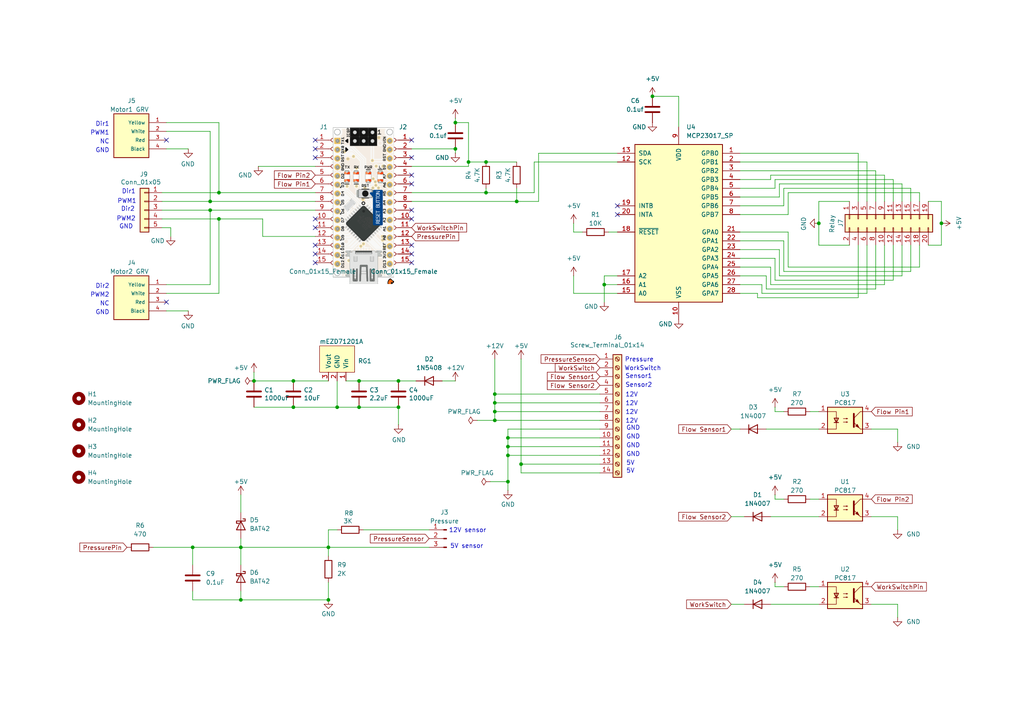
<source format=kicad_sch>
(kicad_sch (version 20250114) (generator "eeschema") (generator_version "9.0")
  (paper "A4")
  (title_block (title "RC12-3") (date "2024-12-11"))
  (lib_symbols
    (symbol "RC12-3:+12V" (power) (pin_numbers (hide yes)) (pin_names (offset 0) (hide yes))
      (property "Value" "+12V" (at 0 3.556 0))
      (symbol "+12V_1_1"
        (pin power_in line (at 0 0 90) (length 0) (name "~") (number "1"))
      )
    )
    (symbol "RC12-3:+5V" (power) (pin_numbers (hide yes)) (pin_names (offset 0) (hide yes))
      (property "Value" "+5V" (at 0 3.556 0))
      (symbol "+5V_1_1"
        (pin power_in line (at 0 0 90) (length 0) (name "~") (number "1"))
      )
    )
    (symbol "RC12-3:1N4007" (pin_numbers (hide yes)) (pin_names (hide yes))
      (property "Reference" "D" (at 0 2.54 0))
      (property "Value" "1N4007" (at 0 -2.54 0))
      (symbol "1N4007_1_1"
        (pin passive line (at -3.81 0 0) (length 2.54) (name "K") (number "1"))
        (pin passive line (at 3.81 0 180) (length 2.54) (name "A") (number "2"))
      )
    )
    (symbol "RC12-3:BAT42" (pin_numbers (hide yes)) (pin_names (offset 1.016) (hide yes))
      (property "Reference" "D" (at 0 2.54 0))
      (property "Value" "BAT42" (at 0 -2.54 0))
      (symbol "BAT42_1_1"
        (pin passive line (at -3.81 0 0) (length 2.54) (name "K") (number "1"))
        (pin passive line (at 3.81 0 180) (length 2.54) (name "A") (number "2"))
      )
    )
    (symbol "RC12-3:C" (pin_numbers (hide yes)) (pin_names (offset 0.254))
      (property "Reference" "C" (at 0.635 2.54 0))
      (property "Value" "C" (at 0.635 -2.54 0))
      (symbol "C_1_1"
        (pin passive line (at 0 3.81 270) (length 2.794) (name "~") (number "1"))
        (pin passive line (at 0 -3.81 90) (length 2.794) (name "~") (number "2"))
      )
    )
    (symbol "RC12-3:Conn_01x03_Pin" (pin_names (offset 1.016) (hide yes))
      (property "Reference" "J" (at 0 5.08 0))
      (property "Value" "Conn_01x03_Pin" (at 0 -5.08 0))
      (symbol "Conn_01x03_Pin_1_1"
        (pin passive line (at 5.08 2.54 180) (length 3.81) (name "Pin_1") (number "1"))
        (pin passive line (at 5.08 0 180) (length 3.81) (name "Pin_2") (number "2"))
        (pin passive line (at 5.08 -2.54 180) (length 3.81) (name "Pin_3") (number "3"))
      )
    )
    (symbol "RC12-3:Conn_01x05" (pin_names (offset 1.016) (hide yes))
      (property "Reference" "J" (at 0 7.62 0))
      (property "Value" "Conn_01x05" (at 0 -7.62 0))
      (symbol "Conn_01x05_1_1"
        (pin passive line (at -5.08 5.08 0) (length 3.81) (name "Pin_1") (number "1"))
        (pin passive line (at -5.08 2.54 0) (length 3.81) (name "Pin_2") (number "2"))
        (pin passive line (at -5.08 0 0) (length 3.81) (name "Pin_3") (number "3"))
        (pin passive line (at -5.08 -2.54 0) (length 3.81) (name "Pin_4") (number "4"))
        (pin passive line (at -5.08 -5.08 0) (length 3.81) (name "Pin_5") (number "5"))
      )
    )
    (symbol "RC12-3:Conn_01x15_Socket" (pin_names (offset 1.016) (hide yes))
      (property "Reference" "J" (at 0 20.32 0))
      (property "Value" "Conn_01x15_Socket" (at 0 -20.32 0))
      (symbol "Conn_01x15_Socket_1_1"
        (pin passive line (at -5.08 17.78 0) (length 3.81) (name "Pin_1") (number "1"))
        (pin passive line (at -5.08 15.24 0) (length 3.81) (name "Pin_2") (number "2"))
        (pin passive line (at -5.08 12.7 0) (length 3.81) (name "Pin_3") (number "3"))
        (pin passive line (at -5.08 10.16 0) (length 3.81) (name "Pin_4") (number "4"))
        (pin passive line (at -5.08 7.62 0) (length 3.81) (name "Pin_5") (number "5"))
        (pin passive line (at -5.08 5.08 0) (length 3.81) (name "Pin_6") (number "6"))
        (pin passive line (at -5.08 2.54 0) (length 3.81) (name "Pin_7") (number "7"))
        (pin passive line (at -5.08 0 0) (length 3.81) (name "Pin_8") (number "8"))
        (pin passive line (at -5.08 -2.54 0) (length 3.81) (name "Pin_9") (number "9"))
        (pin passive line (at -5.08 -5.08 0) (length 3.81) (name "Pin_10") (number "10"))
        (pin passive line (at -5.08 -7.62 0) (length 3.81) (name "Pin_11") (number "11"))
        (pin passive line (at -5.08 -10.16 0) (length 3.81) (name "Pin_12") (number "12"))
        (pin passive line (at -5.08 -12.7 0) (length 3.81) (name "Pin_13") (number "13"))
        (pin passive line (at -5.08 -15.24 0) (length 3.81) (name "Pin_14") (number "14"))
        (pin passive line (at -5.08 -17.78 0) (length 3.81) (name "Pin_15") (number "15"))
      )
    )
    (symbol "RC12-3:Conn_02x10_Odd_Even" (pin_names (offset 1.016) (hide yes))
      (property "Reference" "J" (at 1.27 12.7 0))
      (property "Value" "Conn_02x10_Odd_Even" (at 1.27 -15.24 0))
      (symbol "Conn_02x10_Odd_Even_1_1"
        (pin passive line (at -5.08 10.16 0) (length 3.81) (name "Pin_1") (number "1"))
        (pin passive line (at -5.08 7.62 0) (length 3.81) (name "Pin_3") (number "3"))
        (pin passive line (at -5.08 5.08 0) (length 3.81) (name "Pin_5") (number "5"))
        (pin passive line (at -5.08 2.54 0) (length 3.81) (name "Pin_7") (number "7"))
        (pin passive line (at -5.08 0 0) (length 3.81) (name "Pin_9") (number "9"))
        (pin passive line (at -5.08 -2.54 0) (length 3.81) (name "Pin_11") (number "11"))
        (pin passive line (at -5.08 -5.08 0) (length 3.81) (name "Pin_13") (number "13"))
        (pin passive line (at -5.08 -7.62 0) (length 3.81) (name "Pin_15") (number "15"))
        (pin passive line (at -5.08 -10.16 0) (length 3.81) (name "Pin_17") (number "17"))
        (pin passive line (at -5.08 -12.7 0) (length 3.81) (name "Pin_19") (number "19"))
        (pin passive line (at 7.62 10.16 180) (length 3.81) (name "Pin_2") (number "2"))
        (pin passive line (at 7.62 7.62 180) (length 3.81) (name "Pin_4") (number "4"))
        (pin passive line (at 7.62 5.08 180) (length 3.81) (name "Pin_6") (number "6"))
        (pin passive line (at 7.62 2.54 180) (length 3.81) (name "Pin_8") (number "8"))
        (pin passive line (at 7.62 0 180) (length 3.81) (name "Pin_10") (number "10"))
        (pin passive line (at 7.62 -2.54 180) (length 3.81) (name "Pin_12") (number "12"))
        (pin passive line (at 7.62 -5.08 180) (length 3.81) (name "Pin_14") (number "14"))
        (pin passive line (at 7.62 -7.62 180) (length 3.81) (name "Pin_16") (number "16"))
        (pin passive line (at 7.62 -10.16 180) (length 3.81) (name "Pin_18") (number "18"))
        (pin passive line (at 7.62 -12.7 180) (length 3.81) (name "Pin_20") (number "20"))
      )
    )
    (symbol "RC12-3:D" (pin_numbers (hide yes)) (pin_names (offset 1.016) (hide yes))
      (property "Reference" "D" (at 0 2.54 0))
      (property "Value" "D" (at 0 -2.54 0))
      (symbol "D_1_1"
        (pin passive line (at -3.81 0 0) (length 2.54) (name "K") (number "1"))
        (pin passive line (at 3.81 0 180) (length 2.54) (name "A") (number "2"))
      )
    )
    (symbol "RC12-3:GND" (power) (pin_numbers (hide yes)) (pin_names (offset 0) (hide yes))
      (property "Value" "GND" (at 0 -3.81 0))
      (symbol "GND_1_1"
        (pin power_in line (at 0 0 270) (length 0) (name "~") (number "1"))
      )
    )
    (symbol "RC12-3:Grove" (pin_names (offset 1.016))
      (property "Reference" "J" (at 0 8.89 0))
      (property "Value" "Grove" (at -2.54 6.35 0))
      (symbol "Grove_0_0"
        (pin passive line (at -10.16 2.54 0) (length 5.08) (name "Yellow") (number "1"))
        (pin passive line (at -10.16 0 0) (length 5.08) (name "White") (number "2"))
        (pin passive line (at -10.16 -2.54 0) (length 5.08) (name "Red") (number "3"))
        (pin passive line (at -10.16 -5.08 0) (length 5.08) (name "Black") (number "4"))
      )
    )
    (symbol "RC12-3:MCP23017_SP" (pin_names (offset 1.016))
      (property "Reference" "U" (at -11.43 24.13 0))
      (property "Value" "MCP23017_SP" (at 0 0 0))
      (symbol "MCP23017_SP_1_1"
        (pin bidirectional line (at -17.78 20.32 0) (length 5.08) (name "SDA") (number "13"))
        (pin input line (at -17.78 17.78 0) (length 5.08) (name "SCK") (number "12"))
        (pin tri_state line (at -17.78 5.08 0) (length 5.08) (name "INTB") (number "19"))
        (pin tri_state line (at -17.78 2.54 0) (length 5.08) (name "INTA") (number "20"))
        (pin input line (at -17.78 -2.54 0) (length 5.08) (name "~{RESET}") (number "18"))
        (pin input line (at -17.78 -15.24 0) (length 5.08) (name "A2") (number "17"))
        (pin input line (at -17.78 -17.78 0) (length 5.08) (name "A1") (number "16"))
        (pin input line (at -17.78 -20.32 0) (length 5.08) (name "A0") (number "15"))
        (pin no_connect line (at -12.7 15.24 0) (length 5.08) (hide yes) (name "NC") (number "11"))
        (pin no_connect line (at -12.7 12.7 0) (length 5.08) (hide yes) (name "NC") (number "14"))
        (pin power_in line (at 0 27.94 270) (length 5.08) (name "VDD") (number "9"))
        (pin power_in line (at 0 -27.94 90) (length 5.08) (name "VSS") (number "10"))
        (pin bidirectional line (at 17.78 20.32 180) (length 5.08) (name "GPB0") (number "1"))
        (pin bidirectional line (at 17.78 17.78 180) (length 5.08) (name "GPB1") (number "2"))
        (pin bidirectional line (at 17.78 15.24 180) (length 5.08) (name "GPB2") (number "3"))
        (pin bidirectional line (at 17.78 12.7 180) (length 5.08) (name "GPB3") (number "4"))
        (pin bidirectional line (at 17.78 10.16 180) (length 5.08) (name "GPB4") (number "5"))
        (pin bidirectional line (at 17.78 7.62 180) (length 5.08) (name "GPB5") (number "6"))
        (pin bidirectional line (at 17.78 5.08 180) (length 5.08) (name "GPB6") (number "7"))
        (pin bidirectional line (at 17.78 2.54 180) (length 5.08) (name "GPB7") (number "8"))
        (pin bidirectional line (at 17.78 -2.54 180) (length 5.08) (name "GPA0") (number "21"))
        (pin bidirectional line (at 17.78 -5.08 180) (length 5.08) (name "GPA1") (number "22"))
        (pin bidirectional line (at 17.78 -7.62 180) (length 5.08) (name "GPA2") (number "23"))
        (pin bidirectional line (at 17.78 -10.16 180) (length 5.08) (name "GPA3") (number "24"))
        (pin bidirectional line (at 17.78 -12.7 180) (length 5.08) (name "GPA4") (number "25"))
        (pin bidirectional line (at 17.78 -15.24 180) (length 5.08) (name "GPA5") (number "26"))
        (pin bidirectional line (at 17.78 -17.78 180) (length 5.08) (name "GPA6") (number "27"))
        (pin bidirectional line (at 17.78 -20.32 180) (length 5.08) (name "GPA7") (number "28"))
      )
    )
    (symbol "RC12-3:MountingHole" (pin_names (offset 1.016)) (exclude_from_sim yes) (in_bom no)
      (property "Reference" "H" (at 0 5.08 0))
      (property "Value" "MountingHole" (at 0 3.175 0))
    )
    (symbol "RC12-3:PC817" (pin_names (offset 1.016))
      (property "Reference" "U" (at -5.08 5.08 0))
      (property "Value" "PC817" (at 0 5.08 0))
      (symbol "PC817_1_1"
        (pin passive line (at -7.62 2.54 0) (length 2.54) (name "~") (number "1"))
        (pin passive line (at -7.62 -2.54 0) (length 2.54) (name "~") (number "2"))
        (pin passive line (at 7.62 2.54 180) (length 2.54) (name "~") (number "4"))
        (pin passive line (at 7.62 -2.54 180) (length 2.54) (name "~") (number "3"))
      )
    )
    (symbol "RC12-3:PWR_FLAG" (power) (pin_numbers (hide yes)) (pin_names (offset 0) (hide yes))
      (property "Value" "PWR_FLAG" (at 0 3.81 0))
      (symbol "PWR_FLAG_0_0"
        (pin power_out line (at 0 0 90) (length 0) (name "~") (number "1"))
      )
    )
    (symbol "RC12-3:R" (pin_numbers (hide yes)) (pin_names (offset 0))
      (property "Reference" "R" (at 2.032 0 90))
      (property "Value" "R" (at 0 0 90))
      (symbol "R_1_1"
        (pin passive line (at 0 3.81 270) (length 1.27) (name "~") (number "1"))
        (pin passive line (at 0 -3.81 90) (length 1.27) (name "~") (number "2"))
      )
    )
    (symbol "RC12-3:Screw_Terminal_01x14" (pin_names (offset 1.016) (hide yes))
      (property "Reference" "J" (at 0 17.78 0))
      (property "Value" "Screw_Terminal_01x14" (at 0 -20.32 0))
      (symbol "Screw_Terminal_01x14_1_1"
        (pin passive line (at -5.08 15.24 0) (length 3.81) (name "Pin_1") (number "1"))
        (pin passive line (at -5.08 12.7 0) (length 3.81) (name "Pin_2") (number "2"))
        (pin passive line (at -5.08 10.16 0) (length 3.81) (name "Pin_3") (number "3"))
        (pin passive line (at -5.08 7.62 0) (length 3.81) (name "Pin_4") (number "4"))
        (pin passive line (at -5.08 5.08 0) (length 3.81) (name "Pin_5") (number "5"))
        (pin passive line (at -5.08 2.54 0) (length 3.81) (name "Pin_6") (number "6"))
        (pin passive line (at -5.08 0 0) (length 3.81) (name "Pin_7") (number "7"))
        (pin passive line (at -5.08 -2.54 0) (length 3.81) (name "Pin_8") (number "8"))
        (pin passive line (at -5.08 -5.08 0) (length 3.81) (name "Pin_9") (number "9"))
        (pin passive line (at -5.08 -7.62 0) (length 3.81) (name "Pin_10") (number "10"))
        (pin passive line (at -5.08 -10.16 0) (length 3.81) (name "Pin_11") (number "11"))
        (pin passive line (at -5.08 -12.7 0) (length 3.81) (name "Pin_12") (number "12"))
        (pin passive line (at -5.08 -15.24 0) (length 3.81) (name "Pin_13") (number "13"))
        (pin passive line (at -5.08 -17.78 0) (length 3.81) (name "Pin_14") (number "14"))
      )
    )
    (symbol "RC12-3:mEZD71201A" (pin_names (offset 1.016))
      (property "Reference" "RG1" (at 5.7912 6.0452 90))
      (property "Value" "mEZD71201A" (at 11.43 -5.08 90))
      (symbol "mEZD71201A_0_0"
        (pin input line (at 0 2.54 0) (length 2.54) (name "Vin") (number "1"))
        (pin input line (at 0 0 0) (length 2.54) (name "GND") (number "2"))
      )
      (symbol "mEZD71201A_1_0"
        (pin passive line (at 0 -2.54 0) (length 2.54) (name "Vout") (number "3"))
      )
    )
  )
  (text "Pressure" (at 185.42 104.394 0) (effects (font (size 1.27 1.27))))
  (text "GND" (at 31.75 91.44 0) (effects (font (size 1.27 1.27)) (justify right bottom)))
  (text "GND" (at 181.61 127.508 0) (effects (font (size 1.27 1.27)) (justify left bottom)))
  (text "PWM1" (at 31.75 39.37 0) (effects (font (size 1.27 1.27)) (justify right bottom)))
  (text "12V" (at 181.356 120.396 0) (effects (font (size 1.27 1.27)) (justify left bottom)))
  (text "GND" (at 31.75 44.45 0) (effects (font (size 1.27 1.27)) (justify right bottom)))
  (text "GND" (at 181.61 132.588 0) (effects (font (size 1.27 1.27)) (justify left bottom)))
  (text "WorkSwitch\n" (at 186.436 106.934 0) (effects (font (size 1.27 1.27))))
  (text "5V" (at 181.61 135.128 0) (effects (font (size 1.27 1.27)) (justify left bottom)))
  (text "12V" (at 181.356 115.316 0) (effects (font (size 1.27 1.27)) (justify left bottom)))
  (text "PWM2" (at 33.782 64.262 0) (effects (font (size 1.27 1.27)) (justify left bottom)))
  (text "12V" (at 181.356 122.936 0) (effects (font (size 1.27 1.27)) (justify left bottom)))
  (text "Dir1" (at 31.75 36.83 0) (effects (font (size 1.27 1.27)) (justify right bottom)))
  (text "GND" (at 181.61 130.048 0) (effects (font (size 1.27 1.27)) (justify left bottom)))
  (text "12V sensor\n" (at 135.636 153.924 0) (effects (font (size 1.27 1.27))))
  (text "PWM2" (at 31.75 86.36 0) (effects (font (size 1.27 1.27)) (justify right bottom)))
  (text "Dir1" (at 35.306 56.388 0) (effects (font (size 1.27 1.27)) (justify left bottom)))
  (text "Dir2" (at 31.75 83.82 0) (effects (font (size 1.27 1.27)) (justify right bottom)))
  (text "GND" (at 34.544 66.548 0) (effects (font (size 1.27 1.27)) (justify left bottom)))
  (text "Dir2\n" (at 35.052 61.468 0) (effects (font (size 1.27 1.27)) (justify left bottom)))
  (text "GND" (at 181.61 124.968 0) (effects (font (size 1.27 1.27)) (justify left bottom)))
  (text "PWM1" (at 34.036 59.182 0) (effects (font (size 1.27 1.27)) (justify left bottom)))
  (text "5V sensor\n" (at 135.382 158.496 0) (effects (font (size 1.27 1.27))))
  (text "5V" (at 181.61 137.414 0) (effects (font (size 1.27 1.27)) (justify left bottom)))
  (text "12V" (at 181.356 117.856 0) (effects (font (size 1.27 1.27)) (justify left bottom)))
  (text "NC" (at 31.75 88.9 0) (effects (font (size 1.27 1.27)) (justify right bottom)))
  (text "NC" (at 31.75 41.91 0) (effects (font (size 1.27 1.27)) (justify right bottom)))
  (text "Sensor1\n\n" (at 181.356 112.014 0) (effects (font (size 1.27 1.27)) (justify left bottom)))
  (text "Sensor2\n" (at 181.356 112.522 0) (effects (font (size 1.27 1.27)) (justify left bottom)))
  (junction (at 69.85 158.75))
  (junction (at 143.51 114.3))
  (junction (at 60.96 60.96))
  (junction (at 140.97 55.88))
  (junction (at 143.51 121.92))
  (junction (at 273.05 64.77))
  (junction (at 55.88 158.75))
  (junction (at 69.85 173.99))
  (junction (at 147.32 129.54))
  (junction (at 140.97 46.99))
  (junction (at 175.26 82.55))
  (junction (at 143.51 119.38))
  (junction (at 115.57 118.11))
  (junction (at 85.09 118.11))
  (junction (at 104.14 110.49))
  (junction (at 151.13 134.62))
  (junction (at 147.32 139.7))
  (junction (at 85.09 110.49))
  (junction (at 143.51 116.84))
  (junction (at 95.25 173.99))
  (junction (at 237.49 64.77))
  (junction (at 95.25 158.75))
  (junction (at 104.14 118.11))
  (junction (at 115.57 110.49))
  (junction (at 135.89 46.99))
  (junction (at 63.5 55.88))
  (junction (at 132.08 43.18))
  (junction (at 147.32 132.08))
  (junction (at 149.86 58.42))
  (junction (at 63.5 63.5))
  (junction (at 97.79 118.11))
  (junction (at 189.23 27.94))
  (junction (at 132.08 35.56))
  (junction (at 147.32 127))
  (junction (at 73.66 110.49))
  (junction (at 60.96 58.42))
  (no_connect (at 91.44 76.2))
  (no_connect (at 48.26 40.64))
  (no_connect (at 179.07 62.23))
  (no_connect (at 48.26 87.63))
  (no_connect (at 91.44 66.04))
  (no_connect (at 119.38 60.96))
  (no_connect (at 91.44 71.12))
  (no_connect (at 91.44 73.66))
  (no_connect (at 91.44 40.64))
  (no_connect (at 119.38 76.2))
  (no_connect (at 91.44 45.72))
  (no_connect (at 179.07 59.69))
  (no_connect (at 119.38 71.12))
  (no_connect (at 119.38 45.72))
  (no_connect (at 119.38 63.5))
  (no_connect (at 119.38 53.34))
  (no_connect (at 119.38 50.8))
  (no_connect (at 119.38 73.66))
  (no_connect (at 91.44 63.5))
  (no_connect (at 91.44 43.18))
  (no_connect (at 119.38 40.64))
  (wire (pts (xy 156.21 44.45) (xy 156.21 58.42)))
  (wire (pts (xy 224.79 170.18) (xy 224.79 168.91)))
  (wire (pts (xy 97.79 118.11) (xy 85.09 118.11)))
  (wire (pts (xy 227.33 69.85) (xy 214.63 69.85)))
  (wire (pts (xy 104.14 110.49) (xy 100.33 110.49)))
  (wire (pts (xy 69.85 156.21) (xy 69.85 158.75)))
  (wire (pts (xy 261.62 71.12) (xy 261.62 80.01)))
  (wire (pts (xy 227.33 54.61) (xy 264.16 54.61)))
  (wire (pts (xy 74.93 48.26) (xy 91.44 48.26)))
  (wire (pts (xy 237.49 64.77) (xy 237.49 71.12)))
  (wire (pts (xy 173.99 137.16) (xy 151.13 137.16)))
  (wire (pts (xy 95.25 161.29) (xy 95.25 158.75)))
  (wire (pts (xy 140.97 55.88) (xy 154.94 55.88)))
  (wire (pts (xy 266.7 55.88) (xy 266.7 58.42)))
  (wire (pts (xy 140.97 54.61) (xy 140.97 55.88)))
  (wire (pts (xy 151.13 134.62) (xy 173.99 134.62)))
  (wire (pts (xy 73.66 118.11) (xy 85.09 118.11)))
  (wire (pts (xy 226.06 80.01) (xy 226.06 72.39)))
  (wire (pts (xy 132.08 44.45) (xy 132.08 43.18)))
  (wire (pts (xy 214.63 57.15) (xy 226.06 57.15)))
  (wire (pts (xy 224.79 54.61) (xy 224.79 52.07)))
  (wire (pts (xy 119.38 43.18) (xy 132.08 43.18)))
  (wire (pts (xy 175.26 80.01) (xy 175.26 82.55)))
  (wire (pts (xy 212.09 175.26) (xy 215.9 175.26)))
  (wire (pts (xy 147.32 132.08) (xy 173.99 132.08)))
  (wire (pts (xy 115.57 110.49) (xy 120.65 110.49)))
  (wire (pts (xy 60.96 58.42) (xy 91.44 58.42)))
  (wire (pts (xy 223.52 149.86) (xy 237.49 149.86)))
  (wire (pts (xy 63.5 55.88) (xy 91.44 55.88)))
  (wire (pts (xy 48.26 35.56) (xy 63.5 35.56)))
  (wire (pts (xy 63.5 63.5) (xy 46.99 63.5)))
  (wire (pts (xy 214.63 49.53) (xy 254 49.53)))
  (wire (pts (xy 254 49.53) (xy 254 58.42)))
  (wire (pts (xy 154.94 46.99) (xy 179.07 46.99)))
  (wire (pts (xy 261.62 80.01) (xy 226.06 80.01)))
  (wire (pts (xy 135.89 46.99) (xy 140.97 46.99)))
  (wire (pts (xy 55.88 158.75) (xy 55.88 163.83)))
  (wire (pts (xy 254 71.12) (xy 254 83.82)))
  (wire (pts (xy 69.85 171.45) (xy 69.85 173.99)))
  (wire (pts (xy 261.62 53.34) (xy 261.62 58.42)))
  (wire (pts (xy 60.96 82.55) (xy 60.96 60.96)))
  (wire (pts (xy 147.32 139.7) (xy 147.32 142.24)))
  (wire (pts (xy 143.51 114.3) (xy 143.51 116.84)))
  (wire (pts (xy 97.79 153.67) (xy 95.25 153.67)))
  (wire (pts (xy 119.38 48.26) (xy 135.89 48.26)))
  (wire (pts (xy 252.73 124.46) (xy 260.35 124.46)))
  (wire (pts (xy 237.49 71.12) (xy 246.38 71.12)))
  (wire (pts (xy 219.71 86.36) (xy 219.71 85.09)))
  (wire (pts (xy 256.54 82.55) (xy 223.52 82.55)))
  (wire (pts (xy 222.25 83.82) (xy 222.25 80.01)))
  (wire (pts (xy 55.88 171.45) (xy 55.88 173.99)))
  (wire (pts (xy 147.32 132.08) (xy 147.32 139.7)))
  (wire (pts (xy 224.79 119.38) (xy 224.79 118.11)))
  (wire (pts (xy 256.54 50.8) (xy 256.54 58.42)))
  (wire (pts (xy 251.46 85.09) (xy 220.98 85.09)))
  (wire (pts (xy 251.46 71.12) (xy 251.46 85.09)))
  (wire (pts (xy 63.5 35.56) (xy 63.5 55.88)))
  (wire (pts (xy 234.95 144.78) (xy 237.49 144.78)))
  (wire (pts (xy 135.89 48.26) (xy 135.89 46.99)))
  (wire (pts (xy 143.51 114.3) (xy 173.99 114.3)))
  (wire (pts (xy 228.6 77.47) (xy 228.6 67.31)))
  (wire (pts (xy 227.33 59.69) (xy 227.33 54.61)))
  (wire (pts (xy 259.08 81.28) (xy 224.79 81.28)))
  (wire (pts (xy 143.51 116.84) (xy 143.51 119.38)))
  (wire (pts (xy 212.09 124.46) (xy 214.63 124.46)))
  (wire (pts (xy 69.85 143.51) (xy 69.85 148.59)))
  (wire (pts (xy 176.53 67.31) (xy 179.07 67.31)))
  (wire (pts (xy 115.57 123.19) (xy 115.57 118.11)))
  (wire (pts (xy 143.51 121.92) (xy 173.99 121.92)))
  (wire (pts (xy 196.85 27.94) (xy 189.23 27.94)))
  (wire (pts (xy 149.86 54.61) (xy 149.86 58.42)))
  (wire (pts (xy 214.63 62.23) (xy 228.6 62.23)))
  (wire (pts (xy 135.89 46.99) (xy 135.89 35.56)))
  (wire (pts (xy 46.99 60.96) (xy 60.96 60.96)))
  (wire (pts (xy 227.33 170.18) (xy 224.79 170.18)))
  (wire (pts (xy 49.53 66.04) (xy 49.53 68.58)))
  (wire (pts (xy 147.32 127) (xy 173.99 127)))
  (wire (pts (xy 63.5 85.09) (xy 63.5 63.5)))
  (wire (pts (xy 115.57 110.49) (xy 104.14 110.49)))
  (wire (pts (xy 48.26 85.09) (xy 63.5 85.09)))
  (wire (pts (xy 166.37 67.31) (xy 166.37 64.77)))
  (wire (pts (xy 44.45 158.75) (xy 55.88 158.75)))
  (wire (pts (xy 166.37 85.09) (xy 166.37 80.01)))
  (wire (pts (xy 138.43 121.92) (xy 143.51 121.92)))
  (wire (pts (xy 248.92 86.36) (xy 219.71 86.36)))
  (wire (pts (xy 234.95 119.38) (xy 237.49 119.38)))
  (wire (pts (xy 212.09 149.86) (xy 215.9 149.86)))
  (wire (pts (xy 140.97 46.99) (xy 149.86 46.99)))
  (wire (pts (xy 132.08 34.29) (xy 132.08 35.56)))
  (wire (pts (xy 151.13 137.16) (xy 151.13 134.62)))
  (wire (pts (xy 60.96 60.96) (xy 91.44 60.96)))
  (wire (pts (xy 228.6 55.88) (xy 266.7 55.88)))
  (wire (pts (xy 76.2 68.58) (xy 76.2 63.5)))
  (wire (pts (xy 69.85 158.75) (xy 69.85 163.83)))
  (wire (pts (xy 55.88 158.75) (xy 69.85 158.75)))
  (wire (pts (xy 259.08 52.07) (xy 259.08 58.42)))
  (wire (pts (xy 224.79 74.93) (xy 214.63 74.93)))
  (wire (pts (xy 220.98 82.55) (xy 214.63 82.55)))
  (wire (pts (xy 273.05 58.42) (xy 273.05 64.77)))
  (wire (pts (xy 259.08 71.12) (xy 259.08 81.28)))
  (wire (pts (xy 46.99 66.04) (xy 49.53 66.04)))
  (wire (pts (xy 151.13 134.62) (xy 151.13 104.14)))
  (wire (pts (xy 147.32 127) (xy 147.32 129.54)))
  (wire (pts (xy 226.06 72.39) (xy 214.63 72.39)))
  (wire (pts (xy 214.63 59.69) (xy 227.33 59.69)))
  (wire (pts (xy 223.52 175.26) (xy 237.49 175.26)))
  (wire (pts (xy 227.33 119.38) (xy 224.79 119.38)))
  (wire (pts (xy 214.63 54.61) (xy 224.79 54.61)))
  (wire (pts (xy 273.05 64.77) (xy 273.05 71.12)))
  (wire (pts (xy 227.33 144.78) (xy 224.79 144.78)))
  (wire (pts (xy 143.51 119.38) (xy 173.99 119.38)))
  (wire (pts (xy 179.07 80.01) (xy 175.26 80.01)))
  (wire (pts (xy 143.51 119.38) (xy 143.51 121.92)))
  (wire (pts (xy 224.79 144.78) (xy 224.79 143.51)))
  (wire (pts (xy 256.54 71.12) (xy 256.54 82.55)))
  (wire (pts (xy 254 83.82) (xy 222.25 83.82)))
  (wire (pts (xy 119.38 55.88) (xy 140.97 55.88)))
  (wire (pts (xy 48.26 90.17) (xy 54.61 90.17)))
  (wire (pts (xy 252.73 175.26) (xy 260.35 175.26)))
  (wire (pts (xy 175.26 82.55) (xy 179.07 82.55)))
  (wire (pts (xy 48.26 82.55) (xy 60.96 82.55)))
  (wire (pts (xy 214.63 52.07) (xy 223.52 52.07)))
  (wire (pts (xy 260.35 175.26) (xy 260.35 179.07)))
  (wire (pts (xy 226.06 53.34) (xy 261.62 53.34)))
  (wire (pts (xy 219.71 85.09) (xy 214.63 85.09)))
  (wire (pts (xy 228.6 67.31) (xy 214.63 67.31)))
  (wire (pts (xy 73.66 110.49) (xy 73.66 107.95)))
  (wire (pts (xy 69.85 158.75) (xy 95.25 158.75)))
  (wire (pts (xy 60.96 38.1) (xy 60.96 58.42)))
  (wire (pts (xy 222.25 124.46) (xy 237.49 124.46)))
  (wire (pts (xy 214.63 44.45) (xy 248.92 44.45)))
  (wire (pts (xy 143.51 104.14) (xy 143.51 114.3)))
  (wire (pts (xy 48.26 38.1) (xy 60.96 38.1)))
  (wire (pts (xy 222.25 80.01) (xy 214.63 80.01)))
  (wire (pts (xy 196.85 36.83) (xy 196.85 27.94)))
  (wire (pts (xy 46.99 55.88) (xy 63.5 55.88)))
  (wire (pts (xy 266.7 77.47) (xy 228.6 77.47)))
  (wire (pts (xy 269.24 58.42) (xy 273.05 58.42)))
  (wire (pts (xy 175.26 82.55) (xy 175.26 87.63)))
  (wire (pts (xy 224.79 52.07) (xy 259.08 52.07)))
  (wire (pts (xy 227.33 78.74) (xy 227.33 69.85)))
  (wire (pts (xy 226.06 57.15) (xy 226.06 53.34)))
  (wire (pts (xy 260.35 124.46) (xy 260.35 128.27)))
  (wire (pts (xy 173.99 129.54) (xy 147.32 129.54)))
  (wire (pts (xy 252.73 149.86) (xy 260.35 149.86)))
  (wire (pts (xy 179.07 85.09) (xy 166.37 85.09)))
  (wire (pts (xy 156.21 44.45) (xy 179.07 44.45)))
  (wire (pts (xy 115.57 118.11) (xy 104.14 118.11)))
  (wire (pts (xy 124.46 158.75) (xy 95.25 158.75)))
  (wire (pts (xy 142.24 139.7) (xy 147.32 139.7)))
  (wire (pts (xy 69.85 173.99) (xy 55.88 173.99)))
  (wire (pts (xy 223.52 50.8) (xy 256.54 50.8)))
  (wire (pts (xy 95.25 110.49) (xy 85.09 110.49)))
  (wire (pts (xy 128.27 110.49) (xy 132.08 110.49)))
  (wire (pts (xy 104.14 118.11) (xy 97.79 118.11)))
  (wire (pts (xy 154.94 46.99) (xy 154.94 55.88)))
  (wire (pts (xy 248.92 71.12) (xy 248.92 86.36)))
  (wire (pts (xy 251.46 46.99) (xy 251.46 58.42)))
  (wire (pts (xy 214.63 46.99) (xy 251.46 46.99)))
  (wire (pts (xy 223.52 52.07) (xy 223.52 50.8)))
  (wire (pts (xy 97.79 118.11) (xy 97.79 110.49)))
  (wire (pts (xy 248.92 44.45) (xy 248.92 58.42)))
  (wire (pts (xy 48.26 43.18) (xy 54.61 43.18)))
  (wire (pts (xy 223.52 82.55) (xy 223.52 77.47)))
  (wire (pts (xy 264.16 54.61) (xy 264.16 58.42)))
  (wire (pts (xy 228.6 62.23) (xy 228.6 55.88)))
  (wire (pts (xy 147.32 124.46) (xy 173.99 124.46)))
  (wire (pts (xy 168.91 67.31) (xy 166.37 67.31)))
  (wire (pts (xy 237.49 58.42) (xy 246.38 58.42)))
  (wire (pts (xy 220.98 85.09) (xy 220.98 82.55)))
  (wire (pts (xy 135.89 35.56) (xy 132.08 35.56)))
  (wire (pts (xy 76.2 63.5) (xy 63.5 63.5)))
  (wire (pts (xy 264.16 71.12) (xy 264.16 78.74)))
  (wire (pts (xy 124.46 153.67) (xy 105.41 153.67)))
  (wire (pts (xy 95.25 173.99) (xy 95.25 168.91)))
  (wire (pts (xy 223.52 77.47) (xy 214.63 77.47)))
  (wire (pts (xy 143.51 116.84) (xy 173.99 116.84)))
  (wire (pts (xy 149.86 58.42) (xy 156.21 58.42)))
  (wire (pts (xy 119.38 58.42) (xy 149.86 58.42)))
  (wire (pts (xy 147.32 129.54) (xy 147.32 132.08)))
  (wire (pts (xy 91.44 68.58) (xy 76.2 68.58)))
  (wire (pts (xy 46.99 58.42) (xy 60.96 58.42)))
  (wire (pts (xy 224.79 81.28) (xy 224.79 74.93)))
  (wire (pts (xy 264.16 78.74) (xy 227.33 78.74)))
  (wire (pts (xy 73.66 110.49) (xy 85.09 110.49)))
  (wire (pts (xy 234.95 170.18) (xy 237.49 170.18)))
  (wire (pts (xy 147.32 124.46) (xy 147.32 127)))
  (wire (pts (xy 95.25 173.99) (xy 69.85 173.99)))
  (wire (pts (xy 260.35 149.86) (xy 260.35 153.67)))
  (wire (pts (xy 95.25 153.67) (xy 95.25 158.75)))
  (wire (pts (xy 273.05 71.12) (xy 269.24 71.12)))
  (wire (pts (xy 266.7 71.12) (xy 266.7 77.47)))
  (wire (pts (xy 237.49 64.77) (xy 237.49 58.42)))
  (image (at 105.41 59.69) (scale 0.82))
  (global_label "WorkSwitch" (shape input) (at 173.99 106.68 180) (property "Intersheetrefs" "${INTERSHEET_REFS}" (effects (hide yes))))
  (global_label "WorkSwitchPin" (shape input) (at 119.38 66.04 0) (property "Intersheetrefs" "${INTERSHEET_REFS}" (effects (hide yes))))
  (global_label "PressureSensor" (shape input) (at 173.99 104.14 180) (property "Intersheetrefs" "${INTERSHEET_REFS}" (effects (hide yes))))
  (global_label "WorkSwitchPin" (shape input) (at 252.73 170.18 0) (property "Intersheetrefs" "${INTERSHEET_REFS}" (effects (hide yes))))
  (global_label "Flow Sensor2" (shape input) (at 212.09 149.86 180) (property "Intersheetrefs" "${INTERSHEET_REFS}" (effects (hide yes))))
  (global_label "Flow Pin2" (shape input) (at 252.73 144.78 0) (property "Intersheetrefs" "${INTERSHEET_REFS}" (effects (hide yes))))
  (global_label "Flow Sensor1" (shape input) (at 212.09 124.46 180) (property "Intersheetrefs" "${INTERSHEET_REFS}" (effects (hide yes))))
  (global_label "PressurePin" (shape input) (at 36.83 158.75 180) (property "Intersheetrefs" "${INTERSHEET_REFS}" (effects (hide yes))))
  (global_label "Flow Pin1" (shape input) (at 91.44 53.34 180) (property "Intersheetrefs" "${INTERSHEET_REFS}" (effects (hide yes))))
  (global_label "PressurePin" (shape input) (at 119.38 68.58 0) (property "Intersheetrefs" "${INTERSHEET_REFS}" (effects (hide yes))))
  (global_label "PressureSensor" (shape input) (at 124.46 156.21 180) (property "Intersheetrefs" "${INTERSHEET_REFS}" (effects (hide yes))))
  (global_label "Flow Sensor1" (shape input) (at 173.99 109.22 180) (property "Intersheetrefs" "${INTERSHEET_REFS}" (effects (hide yes))))
  (global_label "Flow Sensor2" (shape input) (at 173.99 111.76 180) (property "Intersheetrefs" "${INTERSHEET_REFS}" (effects (hide yes))))
  (global_label "Flow Pin1" (shape input) (at 252.73 119.38 0) (property "Intersheetrefs" "${INTERSHEET_REFS}" (effects (hide yes))))
  (global_label "Flow Pin2" (shape input) (at 91.44 50.8 180) (property "Intersheetrefs" "${INTERSHEET_REFS}" (effects (hide yes))))
  (global_label "WorkSwitch" (shape input) (at 212.09 175.26 180) (property "Intersheetrefs" "${INTERSHEET_REFS}" (effects (hide yes))))
  (symbol (lib_id "RC12-3:GND") (at 115.57 123.19 0) (unit 1)
    (property "Reference" "#PWR03" (effects (hide yes)))
    (property "Value" "GND" (at 115.697 127.5842 0))
    (property "Description" "Power symbol creates a global label with name \"GND\" , ground" (effects (hide yes)))
  )
  (symbol (lib_id "RC12-3:GND") (at 175.26 87.63 0) (unit 1)
    (property "Reference" "#PWR017" (effects (hide yes)))
    (property "Value" "GND" (at 171.45 88.9 0))
    (property "Description" "Power symbol creates a global label with name \"GND\" , ground" (effects (hide yes)))
  )
  (symbol (lib_id "RC12-3:Grove") (at 38.1 38.1 0) (mirror y) (unit 1)
    (property "Reference" "J5" (at 39.37 29.21 0) (effects (justify left)))
    (property "Value" "Motor1 GRV" (at 43.18 31.75 0) (effects (justify left)))
    (property "Footprint" "MyFootprints:Grove" (effects (hide yes)))
  )
  (symbol (lib_id "RC12-3:GND") (at 49.53 68.58 0) (unit 1)
    (property "Reference" "#PWR012" (effects (hide yes)))
    (property "Value" "GND" (at 45.72 69.85 0))
    (property "Description" "Power symbol creates a global label with name \"GND\" , ground" (effects (hide yes)))
  )
  (symbol (lib_id "RC12-3:PWR_FLAG") (at 138.43 121.92 90) (unit 1)
    (property "Reference" "#FLG03" (effects (hide yes)))
    (property "Value" "PWR_FLAG" (at 134.62 119.38 90))
    (property "Description" "Special symbol for telling ERC where power comes from" (effects (hide yes)))
  )
  (symbol (lib_id "RC12-3:+5V") (at 166.37 64.77 0) (unit 1)
    (property "Reference" "#PWR07" (effects (hide yes)))
    (property "Value" "+5V" (at 166.37 59.69 0))
    (property "Description" "Power symbol creates a global label with name \"+5V\"" (effects (hide yes)))
  )
  (symbol (lib_id "RC12-3:PWR_FLAG") (at 73.66 110.49 90) (unit 1)
    (property "Reference" "#FLG01" (effects (hide yes)))
    (property "Value" "PWR_FLAG" (at 69.85 110.49 90) (effects (justify left)))
    (property "Description" "Special symbol for telling ERC where power comes from" (effects (hide yes)))
  )
  (symbol (lib_id "RC12-3:C") (at 132.08 39.37 180) (unit 1)
    (property "Reference" "C5" (at 125.73 36.83 0) (effects (justify right)))
    (property "Value" "0.1uf" (at 124.46 39.37 0) (effects (justify right)))
    (property "Footprint" "Capacitor_THT:C_Disc_D5.0mm_W2.5mm_P2.50mm" (effects (hide yes)))
    (property "Description" "Unpolarized capacitor" (effects (hide yes)))
  )
  (symbol (lib_id "RC12-3:R") (at 149.86 50.8 180) (unit 1)
    (property "Reference" "R3" (at 144.78 50.8 90))
    (property "Value" "4.7K" (at 147.32 50.8 90))
    (property "Footprint" "Resistor_THT:R_Axial_DIN0207_L6.3mm_D2.5mm_P10.16mm_Horizontal" (effects (hide yes)))
    (property "Description" "Resistor" (effects (hide yes)))
  )
  (symbol (lib_id "RC12-3:PC817") (at 245.11 121.92 0) (unit 1)
    (property "Reference" "U3" (at 245.11 114.3 0))
    (property "Value" "PC817" (at 245.11 116.84 0))
    (property "Footprint" "Package_DIP:DIP-4_W7.62mm" (effects (hide yes)))
    (property "Datasheet" "http://www.soselectronic.cz/a_info/resource/d/pc817.pdf" (effects (hide yes)))
    (property "Description" "DC Optocoupler, Vce 35V, CTR 50-300%, DIP-4" (effects (hide yes)))
  )
  (symbol (lib_id "RC12-3:MountingHole") (at 22.86 138.43 0) (unit 1) (exclude_from_sim yes) (in_bom no)
    (property "Reference" "H4" (at 25.4 137.1599 0) (effects (justify left)))
    (property "Value" "MountingHole" (at 25.4 139.6999 0) (effects (justify left)))
    (property "Footprint" "MountingHole:MountingHole_3.2mm_M3" (effects (hide yes)))
    (property "Description" "Mounting Hole without connection" (effects (hide yes)))
  )
  (symbol (lib_id "RC12-3:1N4007") (at 218.44 124.46 0) (unit 1)
    (property "Reference" "D3" (at 218.44 118.11 0))
    (property "Value" "1N4007" (at 218.44 120.65 0))
    (property "Footprint" "Diode_THT:D_DO-41_SOD81_P10.16mm_Horizontal" (effects (hide yes)))
    (property "Datasheet" "http://www.vishay.com/docs/88503/1n4001.pdf" (effects (hide yes)))
    (property "Description" "1000V 1A General Purpose Rectifier Diode, DO-41" (effects (hide yes)))
    (property "Sim.Device" "D" (effects (hide yes)))
    (property "Sim.Pins" "1=K 2=A" (effects (hide yes)))
  )
  (symbol (lib_id "RC12-3:PC817") (at 245.11 147.32 0) (unit 1)
    (property "Reference" "U1" (at 245.11 139.7 0))
    (property "Value" "PC817" (at 245.11 142.24 0))
    (property "Footprint" "Package_DIP:DIP-4_W7.62mm" (effects (hide yes)))
    (property "Datasheet" "http://www.soselectronic.cz/a_info/resource/d/pc817.pdf" (effects (hide yes)))
    (property "Description" "DC Optocoupler, Vce 35V, CTR 50-300%, DIP-4" (effects (hide yes)))
  )
  (symbol (lib_id "RC12-3:D") (at 124.46 110.49 0) (unit 1)
    (property "Reference" "D2" (at 124.46 104.14 0))
    (property "Value" "1N5408" (at 124.46 106.68 0))
    (property "Footprint" "MyFootprints:1N5408" (effects (hide yes)))
    (property "Description" "Diode" (effects (hide yes)))
    (property "Sim.Device" "D" (effects (hide yes)))
    (property "Sim.Pins" "1=K 2=A" (effects (hide yes)))
  )
  (symbol (lib_id "RC12-3:Conn_01x15_Socket") (at 96.52 58.42 0) (unit 1)
    (property "Reference" "J1" (at 92.71 36.83 0) (effects (justify left)))
    (property "Value" "Conn_01x15_Female" (at 83.82 78.74 0) (effects (justify left)))
    (property "Footprint" "Connector_PinSocket_2.54mm:PinSocket_1x15_P2.54mm_Vertical" (effects (hide yes)))
    (property "Description" "Generic connector, single row, 01x15, script generated" (effects (hide yes)))
  )
  (symbol (lib_id "RC12-3:+5V") (at 132.08 34.29 0) (unit 1)
    (property "Reference" "#PWR04" (effects (hide yes)))
    (property "Value" "+5V" (at 132.08 29.21 0))
    (property "Description" "Power symbol creates a global label with name \"+5V\"" (effects (hide yes)))
  )
  (symbol (lib_id "RC12-3:GND") (at 132.08 44.45 0) (unit 1)
    (property "Reference" "#PWR05" (effects (hide yes)))
    (property "Value" "GND" (at 128.27 45.72 0))
    (property "Description" "Power symbol creates a global label with name \"GND\" , ground" (effects (hide yes)))
  )
  (symbol (lib_id "RC12-3:+5V") (at 69.85 143.51 0) (unit 1)
    (property "Reference" "#PWR028" (effects (hide yes)))
    (property "Value" "+5V" (at 69.85 139.7 0))
    (property "Description" "Power symbol creates a global label with name \"+5V\"" (effects (hide yes)))
  )
  (symbol (lib_id "RC12-3:Conn_01x15_Socket") (at 114.3 58.42 0) (mirror y) (unit 1)
    (property "Reference" "J2" (at 118.11 36.83 0) (effects (justify left)))
    (property "Value" "Conn_01x15_Female" (at 127 78.74 0) (effects (justify left)))
    (property "Footprint" "Connector_PinSocket_2.54mm:PinSocket_1x15_P2.54mm_Vertical" (effects (hide yes)))
    (property "Description" "Generic connector, single row, 01x15, script generated" (effects (hide yes)))
  )
  (symbol (lib_id "RC12-3:GND") (at 95.25 173.99 0) (unit 1)
    (property "Reference" "#PWR026" (effects (hide yes)))
    (property "Value" "GND" (at 95.25 178.054 0))
    (property "Description" "Power symbol creates a global label with name \"GND\" , ground" (effects (hide yes)))
  )
  (symbol (lib_id "RC12-3:MountingHole") (at 22.86 115.57 0) (unit 1) (exclude_from_sim yes) (in_bom no)
    (property "Reference" "H1" (at 25.4 114.2999 0) (effects (justify left)))
    (property "Value" "MountingHole" (at 25.4 116.8399 0) (effects (justify left)))
    (property "Footprint" "MountingHole:MountingHole_3.2mm_M3" (effects (hide yes)))
    (property "Description" "Mounting Hole without connection" (effects (hide yes)))
  )
  (symbol (lib_id "RC12-3:Conn_01x03_Pin") (at 129.54 156.21 0) (mirror y) (unit 1)
    (property "Reference" "J3" (at 128.905 148.59 0))
    (property "Value" "Pressure" (at 128.905 151.13 0))
    (property "Footprint" "Connector_PinHeader_2.54mm:PinHeader_1x03_P2.54mm_Vertical" (effects (hide yes)))
    (property "Description" "Generic connector, single row, 01x03, script generated" (effects (hide yes)))
  )
  (symbol (lib_id "RC12-3:Conn_01x05") (at 41.91 60.96 0) (mirror y) (unit 1)
    (property "Reference" "J9" (at 42.926 50.546 0) (effects (justify left)))
    (property "Value" "Conn_01x05" (at 46.736 52.832 0) (effects (justify left)))
    (property "Footprint" "Connector_Molex:Molex_KK-254_AE-6410-05A_1x05_P2.54mm_Vertical" (effects (hide yes)))
    (property "Description" "Generic connector, single row, 01x05, script generated (kicad-library-utils/schlib/autogen/connector/)" (effects (hide yes)))
  )
  (symbol (lib_id "RC12-3:Conn_02x10_Odd_Even") (at 256.54 63.5 90) (mirror x) (unit 1)
    (property "Reference" "J7" (at 243.84 63.5 0) (effects (justify left)))
    (property "Value" "Relay" (at 241.3 62.23 0) (effects (justify left)))
    (property "Footprint" "Connector_PinHeader_2.54mm:PinHeader_2x10_P2.54mm_Vertical" (effects (hide yes)))
    (property "Description" "Generic connector, double row, 02x10, odd/even pin numbering scheme (row 1 odd numbers, row 2 even numbers), script generated (kicad-library-utils/schlib/autogen/connector/)" (effects (hide yes)))
  )
  (symbol (lib_id "RC12-3:mEZD71201A") (at 97.79 110.49 270) (mirror x) (unit 1)
    (property "Reference" "RG1" (at 103.8352 104.6988 90) (effects (justify left)))
    (property "Value" "mEZD71201A" (at 92.71 99.06 90) (effects (justify left)))
    (property "Footprint" "MyFootprints:mEZD71201A" (effects (hide yes)))
    (property "Datasheet" "https://www.monolithicpower.com/en/documentview/productdocument/index/doc_url/L20vZS9tZXpkNzEyMDFhX3IxLjZfMS5wZGY/prod_id/NTUy/" (effects (hide yes)))
  )
  (symbol (lib_id "RC12-3:R") (at 172.72 67.31 90) (unit 1)
    (property "Reference" "R1" (at 172.72 62.23 90))
    (property "Value" "10K" (at 172.72 64.77 90))
    (property "Footprint" "Resistor_THT:R_Axial_DIN0207_L6.3mm_D2.5mm_P10.16mm_Horizontal" (effects (hide yes)))
    (property "Description" "Resistor" (effects (hide yes)))
  )
  (symbol (lib_id "RC12-3:C") (at 85.09 114.3 0) (unit 1)
    (property "Reference" "C2" (at 88.0872 113.1316 0) (effects (justify left)))
    (property "Value" "10uF" (at 88.0872 115.443 0) (effects (justify left)))
    (property "Footprint" "Capacitor_THT:C_Disc_D5.0mm_W2.5mm_P2.50mm" (effects (hide yes)))
    (property "Description" "Unpolarized capacitor" (effects (hide yes)))
  )
  (symbol (lib_id "RC12-3:C") (at 104.14 114.3 0) (unit 1)
    (property "Reference" "C3" (at 107.1372 113.1316 0) (effects (justify left)))
    (property "Value" "2.2uF" (at 107.1372 115.443 0) (effects (justify left)))
    (property "Footprint" "Capacitor_THT:C_Disc_D5.0mm_W2.5mm_P2.50mm" (effects (hide yes)))
    (property "Description" "Unpolarized capacitor" (effects (hide yes)))
  )
  (symbol (lib_id "RC12-3:Grove") (at 38.1 85.09 0) (mirror y) (unit 1)
    (property "Reference" "J4" (at 39.37 76.2 0) (effects (justify left)))
    (property "Value" "Motor2 GRV" (at 43.18 78.74 0) (effects (justify left)))
    (property "Footprint" "MyFootprints:Grove" (effects (hide yes)))
  )
  (symbol (lib_id "RC12-3:R") (at 40.64 158.75 90) (unit 1)
    (property "Reference" "R6" (at 40.64 152.4 90))
    (property "Value" "470" (at 40.64 154.94 90))
    (property "Footprint" "Resistor_THT:R_Axial_DIN0207_L6.3mm_D2.5mm_P10.16mm_Horizontal" (effects (hide yes)))
    (property "Description" "Resistor" (effects (hide yes)))
  )
  (symbol (lib_id "RC12-3:MCP23017_SP") (at 196.85 64.77 0) (unit 1)
    (property "Reference" "U4" (at 199.0441 36.83 0) (effects (justify left)))
    (property "Value" "MCP23017_SP" (at 199.0441 39.37 0) (effects (justify left)))
    (property "Footprint" "Package_DIP:DIP-28_W7.62mm" (effects (hide yes)))
    (property "Datasheet" "http://ww1.microchip.com/downloads/en/DeviceDoc/20001952C.pdf" (effects (hide yes)))
    (property "Description" "16-bit I/O expander, I2C, interrupts, w pull-ups, SPDIP-28" (effects (hide yes)))
  )
  (symbol (lib_id "RC12-3:+5V") (at 224.79 118.11 0) (unit 1)
    (property "Reference" "#PWR022" (effects (hide yes)))
    (property "Value" "+5V" (at 224.79 113.03 0))
    (property "Description" "Power symbol creates a global label with name \"+5V\"" (effects (hide yes)))
  )
  (symbol (lib_id "RC12-3:C") (at 189.23 31.75 180) (unit 1)
    (property "Reference" "C6" (at 182.88 29.21 0) (effects (justify right)))
    (property "Value" "0.1uf" (at 181.61 31.75 0) (effects (justify right)))
    (property "Footprint" "Capacitor_THT:C_Disc_D5.0mm_W2.5mm_P2.50mm" (effects (hide yes)))
    (property "Description" "Unpolarized capacitor" (effects (hide yes)))
  )
  (symbol (lib_id "RC12-3:+12V") (at 132.08 110.49 0) (unit 1)
    (property "Reference" "#PWR06" (effects (hide yes)))
    (property "Value" "+12V" (at 132.08 106.68 0))
    (property "Description" "Power symbol creates a global label with name \"+12V\"" (effects (hide yes)))
  )
  (symbol (lib_id "RC12-3:GND") (at 260.35 153.67 0) (unit 1)
    (property "Reference" "#PWR018" (effects (hide yes)))
    (property "Value" "GND" (at 262.89 154.94 0) (effects (justify left)))
    (property "Description" "Power symbol creates a global label with name \"GND\" , ground" (effects (hide yes)))
  )
  (symbol (lib_id "RC12-3:MountingHole") (at 22.86 130.81 0) (unit 1) (exclude_from_sim yes) (in_bom no)
    (property "Reference" "H3" (at 25.4 129.5399 0) (effects (justify left)))
    (property "Value" "MountingHole" (at 25.4 132.0799 0) (effects (justify left)))
    (property "Footprint" "MountingHole:MountingHole_3.2mm_M3" (effects (hide yes)))
    (property "Description" "Mounting Hole without connection" (effects (hide yes)))
  )
  (symbol (lib_id "RC12-3:R") (at 231.14 144.78 90) (unit 1)
    (property "Reference" "R2" (at 231.14 139.7 90))
    (property "Value" "270" (at 231.14 142.24 90))
    (property "Footprint" "Resistor_THT:R_Axial_DIN0207_L6.3mm_D2.5mm_P10.16mm_Horizontal" (effects (hide yes)))
    (property "Description" "Resistor" (effects (hide yes)))
  )
  (symbol (lib_id "RC12-3:+5V") (at 224.79 168.91 0) (unit 1)
    (property "Reference" "#PWR019" (effects (hide yes)))
    (property "Value" "+5V" (at 224.79 163.83 0))
    (property "Description" "Power symbol creates a global label with name \"+5V\"" (effects (hide yes)))
  )
  (symbol (lib_id "RC12-3:C") (at 73.66 114.3 0) (unit 1)
    (property "Reference" "C1" (at 76.6572 113.1316 0) (effects (justify left)))
    (property "Value" "1000uF" (at 76.6572 115.443 0) (effects (justify left)))
    (property "Footprint" "Capacitor_THT:CP_Radial_D10.0mm_P5.00mm" (effects (hide yes)))
    (property "Description" "Unpolarized capacitor" (effects (hide yes)))
  )
  (symbol (lib_id "RC12-3:+5V") (at 166.37 80.01 0) (unit 1)
    (property "Reference" "#PWR025" (effects (hide yes)))
    (property "Value" "+5V" (at 166.37 74.93 0))
    (property "Description" "Power symbol creates a global label with name \"+5V\"" (effects (hide yes)))
  )
  (symbol (lib_id "RC12-3:+5V") (at 151.13 104.14 0) (unit 1)
    (property "Reference" "#PWR015" (effects (hide yes)))
    (property "Value" "+5V" (at 151.13 100.33 0))
    (property "Description" "Power symbol creates a global label with name \"+5V\"" (effects (hide yes)))
  )
  (symbol (lib_id "RC12-3:C") (at 55.88 167.64 0) (unit 1)
    (property "Reference" "C9" (at 59.69 166.3699 0) (effects (justify left)))
    (property "Value" "0.1uF" (at 59.69 168.9099 0) (effects (justify left)))
    (property "Footprint" "Capacitor_THT:C_Disc_D5.0mm_W2.5mm_P2.50mm" (effects (hide yes)))
    (property "Description" "Unpolarized capacitor" (effects (hide yes)))
  )
  (symbol (lib_id "RC12-3:+5V") (at 189.23 27.94 0) (unit 1)
    (property "Reference" "#PWR08" (effects (hide yes)))
    (property "Value" "+5V" (at 189.23 22.86 0))
    (property "Description" "Power symbol creates a global label with name \"+5V\"" (effects (hide yes)))
  )
  (symbol (lib_id "RC12-3:1N4007") (at 219.71 175.26 0) (unit 1)
    (property "Reference" "D4" (at 219.71 168.91 0))
    (property "Value" "1N4007" (at 219.71 171.45 0))
    (property "Footprint" "Diode_THT:D_DO-41_SOD81_P10.16mm_Horizontal" (effects (hide yes)))
    (property "Datasheet" "http://www.vishay.com/docs/88503/1n4001.pdf" (effects (hide yes)))
    (property "Description" "1000V 1A General Purpose Rectifier Diode, DO-41" (effects (hide yes)))
    (property "Sim.Device" "D" (effects (hide yes)))
    (property "Sim.Pins" "1=K 2=A" (effects (hide yes)))
  )
  (symbol (lib_id "RC12-3:GND") (at 54.61 90.17 0) (mirror y) (unit 1)
    (property "Reference" "#PWR024" (effects (hide yes)))
    (property "Value" "GND" (at 54.483 94.5642 0))
  )
  (symbol (lib_id "RC12-3:R") (at 140.97 50.8 180) (unit 1)
    (property "Reference" "R4" (at 135.89 50.8 90))
    (property "Value" "4.7K" (at 138.43 50.8 90))
    (property "Footprint" "Resistor_THT:R_Axial_DIN0207_L6.3mm_D2.5mm_P10.16mm_Horizontal" (effects (hide yes)))
    (property "Description" "Resistor" (effects (hide yes)))
  )
  (symbol (lib_id "RC12-3:GND") (at 54.61 43.18 0) (mirror y) (unit 1)
    (property "Reference" "#PWR029" (effects (hide yes)))
    (property "Value" "GND" (at 54.483 47.5742 0))
  )
  (symbol (lib_id "RC12-3:GND") (at 237.49 64.77 270) (unit 1)
    (property "Reference" "#PWR010" (effects (hide yes)))
    (property "Value" "GND" (at 233.0958 64.897 0))
    (property "Description" "Power symbol creates a global label with name \"GND\" , ground" (effects (hide yes)))
  )
  (symbol (lib_id "RC12-3:BAT42") (at 69.85 152.4 270) (unit 1)
    (property "Reference" "D5" (at 72.39 150.8124 90) (effects (justify left)))
    (property "Value" "BAT42" (at 72.39 153.3524 90) (effects (justify left)))
    (property "Footprint" "Diode_THT:D_DO-35_SOD27_P7.62mm_Horizontal" (effects (hide yes)))
    (property "Datasheet" "http://www.vishay.com/docs/85660/bat42.pdf" (effects (hide yes)))
    (property "Description" "30V 0.2A Small Signal Schottky Diode, DO-35" (effects (hide yes)))
  )
  (symbol (lib_id "RC12-3:1N4007") (at 219.71 149.86 0) (unit 1)
    (property "Reference" "D1" (at 219.71 143.51 0))
    (property "Value" "1N4007" (at 219.71 146.05 0))
    (property "Footprint" "Diode_THT:D_DO-41_SOD81_P10.16mm_Horizontal" (effects (hide yes)))
    (property "Datasheet" "http://www.vishay.com/docs/88503/1n4001.pdf" (effects (hide yes)))
    (property "Description" "1000V 1A General Purpose Rectifier Diode, DO-41" (effects (hide yes)))
    (property "Sim.Device" "D" (effects (hide yes)))
    (property "Sim.Pins" "1=K 2=A" (effects (hide yes)))
  )
  (symbol (lib_id "RC12-3:Screw_Terminal_01x14") (at 179.07 119.38 0) (unit 1)
    (property "Reference" "J6" (at 178.054 97.79 0) (effects (justify left)))
    (property "Value" "Screw_Terminal_01x14" (at 165.354 100.076 0) (effects (justify left)))
    (property "Footprint" "TerminalBlock_Phoenix:TerminalBlock_Phoenix_PT-1,5-14-5.0-H_1x14_P5.00mm_Horizontal" (effects (hide yes)))
    (property "Description" "Generic screw terminal, single row, 01x14, script generated (kicad-library-utils/schlib/autogen/connector/)" (effects (hide yes)))
  )
  (symbol (lib_id "RC12-3:BAT42") (at 69.85 167.64 270) (unit 1)
    (property "Reference" "D6" (at 72.39 166.0524 90) (effects (justify left)))
    (property "Value" "BAT42" (at 72.39 168.5924 90) (effects (justify left)))
    (property "Footprint" "Diode_THT:D_DO-35_SOD27_P7.62mm_Horizontal" (effects (hide yes)))
    (property "Datasheet" "http://www.vishay.com/docs/85660/bat42.pdf" (effects (hide yes)))
    (property "Description" "30V 0.2A Small Signal Schottky Diode, DO-35" (effects (hide yes)))
  )
  (symbol (lib_id "RC12-3:GND") (at 260.35 179.07 0) (unit 1)
    (property "Reference" "#PWR023" (effects (hide yes)))
    (property "Value" "GND" (at 262.89 180.34 0) (effects (justify left)))
    (property "Description" "Power symbol creates a global label with name \"GND\" , ground" (effects (hide yes)))
  )
  (symbol (lib_id "RC12-3:+5V") (at 273.05 64.77 270) (unit 1)
    (property "Reference" "#PWR013" (effects (hide yes)))
    (property "Value" "+5V" (at 278.13 64.77 0))
    (property "Description" "Power symbol creates a global label with name \"+5V\"" (effects (hide yes)))
  )
  (symbol (lib_id "RC12-3:+12V") (at 143.51 104.14 0) (unit 1)
    (property "Reference" "#PWR011" (effects (hide yes)))
    (property "Value" "+12V" (at 143.51 100.33 0))
    (property "Description" "Power symbol creates a global label with name \"+12V\"" (effects (hide yes)))
  )
  (symbol (lib_id "RC12-3:R") (at 231.14 119.38 90) (unit 1)
    (property "Reference" "R7" (at 231.14 114.3 90))
    (property "Value" "270" (at 231.14 116.84 90))
    (property "Footprint" "Resistor_THT:R_Axial_DIN0207_L6.3mm_D2.5mm_P10.16mm_Horizontal" (effects (hide yes)))
    (property "Description" "Resistor" (effects (hide yes)))
  )
  (symbol (lib_id "RC12-3:+5V") (at 73.66 107.95 0) (unit 1)
    (property "Reference" "#PWR02" (effects (hide yes)))
    (property "Value" "+5V" (at 69.85 106.68 0))
    (property "Description" "Power symbol creates a global label with name \"+5V\"" (effects (hide yes)))
  )
  (symbol (lib_id "RC12-3:GND") (at 196.85 92.71 0) (unit 1)
    (property "Reference" "#PWR020" (effects (hide yes)))
    (property "Value" "GND" (at 193.04 93.98 0))
    (property "Description" "Power symbol creates a global label with name \"GND\" , ground" (effects (hide yes)))
  )
  (symbol (lib_id "RC12-3:GND") (at 147.32 142.24 0) (unit 1)
    (property "Reference" "#PWR014" (effects (hide yes)))
    (property "Value" "GND" (at 147.32 146.304 0))
    (property "Description" "Power symbol creates a global label with name \"GND\" , ground" (effects (hide yes)))
  )
  (symbol (lib_id "RC12-3:C") (at 115.57 114.3 0) (unit 1)
    (property "Reference" "C4" (at 118.5672 113.1316 0) (effects (justify left)))
    (property "Value" "1000uF" (at 118.5672 115.443 0) (effects (justify left)))
    (property "Footprint" "Capacitor_THT:CP_Radial_D10.0mm_P5.00mm" (effects (hide yes)))
    (property "Description" "Unpolarized capacitor" (effects (hide yes)))
  )
  (symbol (lib_id "RC12-3:R") (at 231.14 170.18 90) (unit 1)
    (property "Reference" "R5" (at 231.14 165.1 90))
    (property "Value" "270" (at 231.14 167.64 90))
    (property "Footprint" "Resistor_THT:R_Axial_DIN0207_L6.3mm_D2.5mm_P10.16mm_Horizontal" (effects (hide yes)))
    (property "Description" "Resistor" (effects (hide yes)))
  )
  (symbol (lib_id "RC12-3:PWR_FLAG") (at 142.24 139.7 90) (unit 1)
    (property "Reference" "#FLG02" (effects (hide yes)))
    (property "Value" "PWR_FLAG" (at 138.43 137.16 90))
    (property "Description" "Special symbol for telling ERC where power comes from" (effects (hide yes)))
  )
  (symbol (lib_id "RC12-3:GND") (at 260.35 128.27 0) (unit 1)
    (property "Reference" "#PWR021" (effects (hide yes)))
    (property "Value" "GND" (at 262.89 129.54 0) (effects (justify left)))
    (property "Description" "Power symbol creates a global label with name \"GND\" , ground" (effects (hide yes)))
  )
  (symbol (lib_id "RC12-3:MountingHole") (at 22.86 123.19 0) (unit 1) (exclude_from_sim yes) (in_bom no)
    (property "Reference" "H2" (at 25.4 121.9199 0) (effects (justify left)))
    (property "Value" "MountingHole" (at 25.4 124.4599 0) (effects (justify left)))
    (property "Footprint" "MountingHole:MountingHole_3.2mm_M3" (effects (hide yes)))
    (property "Description" "Mounting Hole without connection" (effects (hide yes)))
  )
  (symbol (lib_id "RC12-3:PC817") (at 245.11 172.72 0) (unit 1)
    (property "Reference" "U2" (at 245.11 165.1 0))
    (property "Value" "PC817" (at 245.11 167.64 0))
    (property "Footprint" "Package_DIP:DIP-4_W7.62mm" (effects (hide yes)))
    (property "Datasheet" "http://www.soselectronic.cz/a_info/resource/d/pc817.pdf" (effects (hide yes)))
    (property "Description" "DC Optocoupler, Vce 35V, CTR 50-300%, DIP-4" (effects (hide yes)))
  )
  (symbol (lib_id "RC12-3:R") (at 95.25 165.1 180) (unit 1)
    (property "Reference" "R9" (at 97.79 163.83 0) (effects (justify right)))
    (property "Value" "2K" (at 97.79 166.37 0) (effects (justify right)))
    (property "Footprint" "Resistor_THT:R_Axial_DIN0207_L6.3mm_D2.5mm_P10.16mm_Horizontal" (effects (hide yes)))
    (property "Description" "Resistor" (effects (hide yes)))
  )
  (symbol (lib_id "RC12-3:R") (at 101.6 153.67 90) (mirror x) (unit 1)
    (property "Reference" "R8" (at 99.822 148.844 90) (effects (justify right)))
    (property "Value" "3K" (at 99.568 151.13 90) (effects (justify right)))
    (property "Footprint" "Resistor_THT:R_Axial_DIN0207_L6.3mm_D2.5mm_P10.16mm_Horizontal" (effects (hide yes)))
    (property "Description" "Resistor" (effects (hide yes)))
  )
  (symbol (lib_id "RC12-3:GND") (at 189.23 35.56 0) (unit 1)
    (property "Reference" "#PWR09" (effects (hide yes)))
    (property "Value" "GND" (at 185.42 36.83 0))
    (property "Description" "Power symbol creates a global label with name \"GND\" , ground" (effects (hide yes)))
  )
  (symbol (lib_id "RC12-3:GND") (at 74.93 48.26 0) (unit 1)
    (property "Reference" "#PWR01" (effects (hide yes)))
    (property "Value" "GND" (at 71.12 50.8 0))
    (property "Description" "Power symbol creates a global label with name \"GND\" , ground" (effects (hide yes)))
  )
  (symbol (lib_id "RC12-3:+5V") (at 224.79 143.51 0) (unit 1)
    (property "Reference" "#PWR016" (effects (hide yes)))
    (property "Value" "+5V" (at 224.79 138.43 0))
    (property "Description" "Power symbol creates a global label with name \"+5V\"" (effects (hide yes)))
  )
)
</source>
